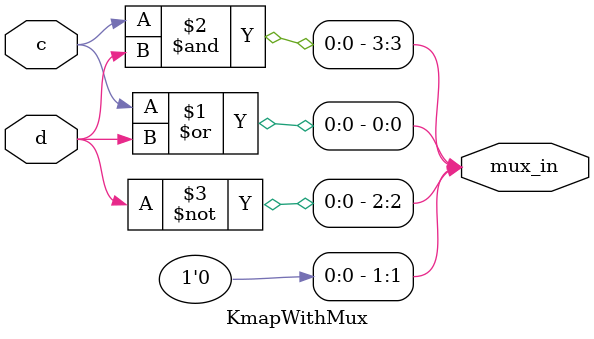
<source format=v>
/* Generated by Yosys 0.62+55 (git sha1 29a270c4b, g++ 11.5.0 -fPIC -O3) */

module KmapWithMux(c, d, mux_in);
  input c;
  wire c;
  input d;
  wire d;
  output [3:0] mux_in;
  wire [3:0] mux_in;
  assign mux_in[0] = c | d;
  assign mux_in[3] = c & d;
  assign mux_in[2] = ~d;
  assign mux_in[1] = 1'h0;
endmodule

</source>
